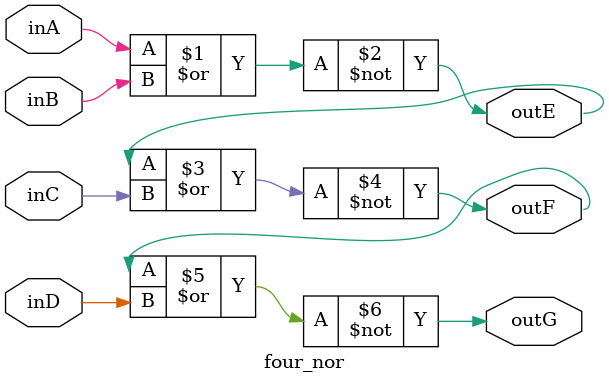
<source format=v>
`timescale 1ns / 1ps

module four_nor(inA, inB, inC, inD, outE, outF, outG);

input inA, inB, inC, inD;
output outE, outF, outG;

assign outE = ~(inA | inB);
assign outF = ~(outE | inC);
assign outG = ~(outF | inD);

endmodule



</source>
